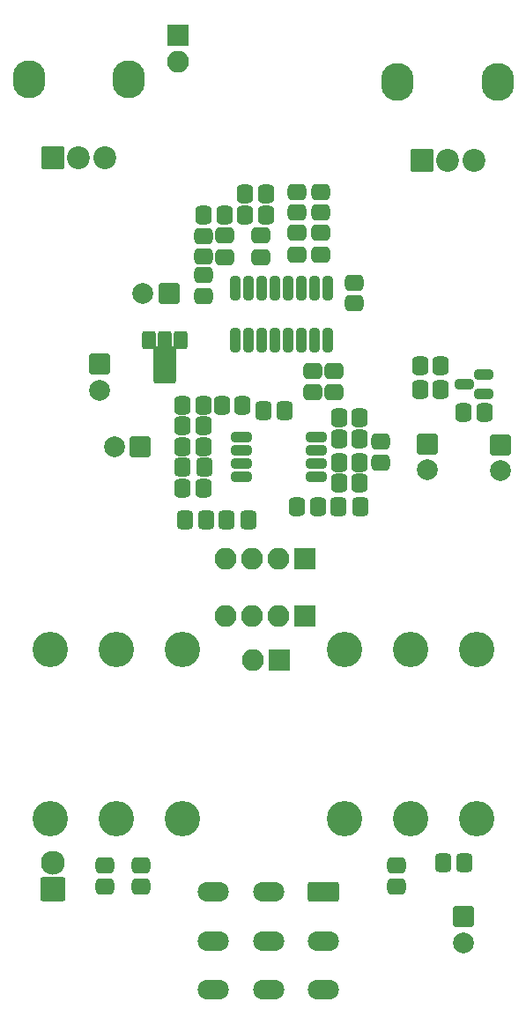
<source format=gbr>
%TF.GenerationSoftware,KiCad,Pcbnew,7.0.2-6a45011f42~172~ubuntu22.04.1*%
%TF.CreationDate,2023-05-29T17:51:51+01:00*%
%TF.ProjectId,little-angel-v3-SMD,6c697474-6c65-42d6-916e-67656c2d7633,rev?*%
%TF.SameCoordinates,Original*%
%TF.FileFunction,Soldermask,Top*%
%TF.FilePolarity,Negative*%
%FSLAX46Y46*%
G04 Gerber Fmt 4.6, Leading zero omitted, Abs format (unit mm)*
G04 Created by KiCad (PCBNEW 7.0.2-6a45011f42~172~ubuntu22.04.1) date 2023-05-29 17:51:51*
%MOMM*%
%LPD*%
G01*
G04 APERTURE LIST*
G04 Aperture macros list*
%AMRoundRect*
0 Rectangle with rounded corners*
0 $1 Rounding radius*
0 $2 $3 $4 $5 $6 $7 $8 $9 X,Y pos of 4 corners*
0 Add a 4 corners polygon primitive as box body*
4,1,4,$2,$3,$4,$5,$6,$7,$8,$9,$2,$3,0*
0 Add four circle primitives for the rounded corners*
1,1,$1+$1,$2,$3*
1,1,$1+$1,$4,$5*
1,1,$1+$1,$6,$7*
1,1,$1+$1,$8,$9*
0 Add four rect primitives between the rounded corners*
20,1,$1+$1,$2,$3,$4,$5,0*
20,1,$1+$1,$4,$5,$6,$7,0*
20,1,$1+$1,$6,$7,$8,$9,0*
20,1,$1+$1,$8,$9,$2,$3,0*%
%AMFreePoly0*
4,1,33,3.949277,1.046694,4.018866,0.991198,4.057486,0.911004,4.062500,0.866500,4.062500,-0.866500,4.042694,-0.953277,3.987198,-1.022866,3.907004,-1.061486,3.862500,-1.066500,0.737500,-1.066500,0.650723,-1.046694,0.581134,-0.991198,0.542514,-0.911004,0.537500,-0.866500,0.537500,-0.650000,-0.737500,-0.650000,-0.824277,-0.630194,-0.893866,-0.574698,-0.932486,-0.494504,-0.937500,-0.450000,
-0.937500,0.450000,-0.917694,0.536777,-0.862198,0.606366,-0.782004,0.644986,-0.737500,0.650000,0.537500,0.650000,0.537500,0.866500,0.557306,0.953277,0.612802,1.022866,0.692996,1.061486,0.737500,1.066500,3.862500,1.066500,3.949277,1.046694,3.949277,1.046694,$1*%
G04 Aperture macros list end*
%ADD10RoundRect,0.350000X0.150000X-0.825000X0.150000X0.825000X-0.150000X0.825000X-0.150000X-0.825000X0*%
%ADD11RoundRect,0.200000X1.300000X0.750000X-1.300000X0.750000X-1.300000X-0.750000X1.300000X-0.750000X0*%
%ADD12O,3.000000X1.900000*%
%ADD13RoundRect,0.200000X-0.850000X0.850000X-0.850000X-0.850000X0.850000X-0.850000X0.850000X0.850000X0*%
%ADD14O,2.100000X2.100000*%
%ADD15C,3.400000*%
%ADD16RoundRect,0.200000X-0.800000X0.800000X-0.800000X-0.800000X0.800000X-0.800000X0.800000X0.800000X0*%
%ADD17C,2.000000*%
%ADD18RoundRect,0.200000X1.000000X0.950000X-1.000000X0.950000X-1.000000X-0.950000X1.000000X-0.950000X0*%
%ADD19C,2.300000*%
%ADD20RoundRect,0.450000X-0.450000X0.350000X-0.450000X-0.350000X0.450000X-0.350000X0.450000X0.350000X0*%
%ADD21RoundRect,0.450000X0.450000X-0.350000X0.450000X0.350000X-0.450000X0.350000X-0.450000X-0.350000X0*%
%ADD22RoundRect,0.450000X-0.337500X-0.475000X0.337500X-0.475000X0.337500X0.475000X-0.337500X0.475000X0*%
%ADD23RoundRect,0.200000X-0.850000X-0.850000X0.850000X-0.850000X0.850000X0.850000X-0.850000X0.850000X0*%
%ADD24RoundRect,0.450000X0.350000X0.450000X-0.350000X0.450000X-0.350000X-0.450000X0.350000X-0.450000X0*%
%ADD25O,3.120000X3.640000*%
%ADD26RoundRect,0.200000X0.900000X0.900000X-0.900000X0.900000X-0.900000X-0.900000X0.900000X-0.900000X0*%
%ADD27C,2.200000*%
%ADD28RoundRect,0.200000X0.800000X0.800000X-0.800000X0.800000X-0.800000X-0.800000X0.800000X-0.800000X0*%
%ADD29RoundRect,0.450000X0.337500X0.475000X-0.337500X0.475000X-0.337500X-0.475000X0.337500X-0.475000X0*%
%ADD30RoundRect,0.350000X0.587500X0.150000X-0.587500X0.150000X-0.587500X-0.150000X0.587500X-0.150000X0*%
%ADD31RoundRect,0.450000X0.475000X-0.337500X0.475000X0.337500X-0.475000X0.337500X-0.475000X-0.337500X0*%
%ADD32RoundRect,0.450000X-0.475000X0.337500X-0.475000X-0.337500X0.475000X-0.337500X0.475000X0.337500X0*%
%ADD33RoundRect,0.200000X-0.450000X0.650000X-0.450000X-0.650000X0.450000X-0.650000X0.450000X0.650000X0*%
%ADD34FreePoly0,270.000000*%
%ADD35RoundRect,0.350000X0.650000X0.150000X-0.650000X0.150000X-0.650000X-0.150000X0.650000X-0.150000X0*%
%ADD36RoundRect,0.450000X-0.350000X-0.450000X0.350000X-0.450000X0.350000X0.450000X-0.350000X0.450000X0*%
G04 APERTURE END LIST*
D10*
%TO.C,U3*%
X140065000Y-84775000D03*
X141335000Y-84775000D03*
X142605000Y-84775000D03*
X143875000Y-84775000D03*
X145145000Y-84775000D03*
X146415000Y-84775000D03*
X147685000Y-84775000D03*
X148955000Y-84775000D03*
X148955000Y-79825000D03*
X147685000Y-79825000D03*
X146415000Y-79825000D03*
X145145000Y-79825000D03*
X143875000Y-79825000D03*
X142605000Y-79825000D03*
X141335000Y-79825000D03*
X140065000Y-79825000D03*
%TD*%
D11*
%TO.C,SW1*%
X148550000Y-137825000D03*
D12*
X143250000Y-137825000D03*
X137950000Y-137825000D03*
X148550000Y-142525000D03*
X143250000Y-142550000D03*
X137950000Y-142525000D03*
X148550000Y-147225000D03*
X143250000Y-147225000D03*
X137950000Y-147225000D03*
%TD*%
D13*
%TO.C,J3*%
X144300000Y-115550000D03*
D14*
X141760000Y-115550000D03*
%TD*%
D15*
%TO.C,J1*%
X156910000Y-114550000D03*
X156910000Y-130780000D03*
X163260000Y-114550000D03*
X163260000Y-130780000D03*
X150560000Y-114550000D03*
X150560000Y-130780000D03*
%TD*%
D13*
%TO.C,JOVGI1*%
X146700000Y-111350000D03*
D14*
X144160000Y-111350000D03*
X141620000Y-111350000D03*
X139080000Y-111350000D03*
%TD*%
D13*
%TO.C,JOVGI2*%
X146700000Y-105800000D03*
D14*
X144160000Y-105800000D03*
X141620000Y-105800000D03*
X139080000Y-105800000D03*
%TD*%
D16*
%TO.C,C19*%
X162000000Y-140200000D03*
D17*
X162000000Y-142700000D03*
%TD*%
D18*
%TO.C,D1*%
X122500000Y-137540000D03*
D19*
X122500000Y-135000000D03*
%TD*%
D20*
%TO.C,R25*%
X155510000Y-135300000D03*
X155510000Y-137300000D03*
%TD*%
D21*
%TO.C,R26*%
X127510000Y-137300000D03*
X127510000Y-135300000D03*
%TD*%
D20*
%TO.C,R27*%
X131000000Y-135300000D03*
X131000000Y-137300000D03*
%TD*%
D22*
%TO.C,C18*%
X160012500Y-135000000D03*
X162087500Y-135000000D03*
%TD*%
D15*
%TO.C,J4*%
X128660000Y-130780000D03*
X128660000Y-114550000D03*
X122310000Y-130780000D03*
X122310000Y-114550000D03*
X135010000Y-130780000D03*
X135010000Y-114550000D03*
%TD*%
D23*
%TO.C,J2*%
X134510000Y-55550000D03*
D14*
X134510000Y-58090000D03*
%TD*%
D24*
%TO.C,R1*%
X137010000Y-91050000D03*
X135010000Y-91050000D03*
%TD*%
D25*
%TO.C,RV2*%
X120210000Y-59775000D03*
X129810000Y-59775000D03*
D26*
X122510000Y-67275000D03*
D27*
X125010000Y-67275000D03*
X127510000Y-67275000D03*
%TD*%
D17*
%TO.C,C8*%
X158510000Y-97300000D03*
D16*
X158510000Y-94800000D03*
%TD*%
D28*
%TO.C,C3*%
X133692380Y-80300000D03*
D17*
X131192380Y-80300000D03*
%TD*%
D24*
%TO.C,R15*%
X152010000Y-98550000D03*
X150010000Y-98550000D03*
%TD*%
D20*
%TO.C,R14*%
X151510000Y-79300000D03*
X151510000Y-81300000D03*
%TD*%
D24*
%TO.C,R17*%
X148010000Y-100800000D03*
X146010000Y-100800000D03*
%TD*%
D29*
%TO.C,C16*%
X141297500Y-102050000D03*
X139222500Y-102050000D03*
%TD*%
D24*
%TO.C,R7*%
X164010000Y-91800000D03*
X162010000Y-91800000D03*
%TD*%
D25*
%TO.C,RV1*%
X155660000Y-60050000D03*
X165260000Y-60050000D03*
D26*
X157960000Y-67550000D03*
D27*
X160460000Y-67550000D03*
X162960000Y-67550000D03*
%TD*%
D16*
%TO.C,C5*%
X127010000Y-87117621D03*
D17*
X127010000Y-89617621D03*
%TD*%
D30*
%TO.C,Q2*%
X163947500Y-90000000D03*
X163947500Y-88100000D03*
X162072500Y-89050000D03*
%TD*%
D16*
%TO.C,C6*%
X165510000Y-94867621D03*
D17*
X165510000Y-97367621D03*
%TD*%
D24*
%TO.C,R11*%
X152010000Y-96550000D03*
X150010000Y-96550000D03*
%TD*%
%TO.C,R22*%
X143010000Y-70800000D03*
X141010000Y-70800000D03*
%TD*%
D21*
%TO.C,R9*%
X154010000Y-96550000D03*
X154010000Y-94550000D03*
%TD*%
D24*
%TO.C,R19*%
X139010000Y-72800000D03*
X137010000Y-72800000D03*
%TD*%
D21*
%TO.C,R18*%
X137010000Y-76800000D03*
X137010000Y-74800000D03*
%TD*%
D24*
%TO.C,R2*%
X140760000Y-91050000D03*
X138760000Y-91050000D03*
%TD*%
%TO.C,R5*%
X137010000Y-99050000D03*
X135010000Y-99050000D03*
%TD*%
%TO.C,R13*%
X152010000Y-94300000D03*
X150010000Y-94300000D03*
%TD*%
D31*
%TO.C,C9*%
X147510000Y-89837500D03*
X147510000Y-87762500D03*
%TD*%
D22*
%TO.C,C2*%
X134972500Y-97050000D03*
X137047500Y-97050000D03*
%TD*%
%TO.C,C17*%
X135222500Y-102050000D03*
X137297500Y-102050000D03*
%TD*%
D24*
%TO.C,R4*%
X137010000Y-93050000D03*
X135010000Y-93050000D03*
%TD*%
D20*
%TO.C,R20*%
X146010000Y-70550000D03*
X146010000Y-72550000D03*
%TD*%
D22*
%TO.C,C11*%
X142722500Y-91550000D03*
X144797500Y-91550000D03*
%TD*%
%TO.C,C7*%
X149972500Y-100800000D03*
X152047500Y-100800000D03*
%TD*%
D24*
%TO.C,R8*%
X152010000Y-92300000D03*
X150010000Y-92300000D03*
%TD*%
%TO.C,R3*%
X137010000Y-95050000D03*
X135010000Y-95050000D03*
%TD*%
D32*
%TO.C,C13*%
X146010000Y-74512500D03*
X146010000Y-76587500D03*
%TD*%
D24*
%TO.C,R10*%
X159820000Y-87300000D03*
X157820000Y-87300000D03*
%TD*%
D33*
%TO.C,U4*%
X134760000Y-84850000D03*
D34*
X133260000Y-84937500D03*
D33*
X131760000Y-84850000D03*
%TD*%
D31*
%TO.C,C10*%
X149510000Y-89837500D03*
X149510000Y-87762500D03*
%TD*%
D35*
%TO.C,U1*%
X147860000Y-97955000D03*
X147860000Y-96685000D03*
X147860000Y-95415000D03*
X147860000Y-94145000D03*
X140660000Y-94145000D03*
X140660000Y-95415000D03*
X140660000Y-96685000D03*
X140660000Y-97955000D03*
%TD*%
D36*
%TO.C,R12*%
X157820000Y-89550000D03*
X159820000Y-89550000D03*
%TD*%
D31*
%TO.C,C12*%
X142510000Y-76837500D03*
X142510000Y-74762500D03*
%TD*%
%TO.C,C14*%
X148260000Y-76587500D03*
X148260000Y-74512500D03*
%TD*%
D36*
%TO.C,R21*%
X141010000Y-72800000D03*
X143010000Y-72800000D03*
%TD*%
D28*
%TO.C,C4*%
X130942380Y-95050000D03*
D17*
X128442380Y-95050000D03*
%TD*%
D31*
%TO.C,C15*%
X139010000Y-76837500D03*
X139010000Y-74762500D03*
%TD*%
D20*
%TO.C,R23*%
X148260000Y-70550000D03*
X148260000Y-72550000D03*
%TD*%
D21*
%TO.C,R16*%
X137010000Y-80550000D03*
X137010000Y-78550000D03*
%TD*%
M02*

</source>
